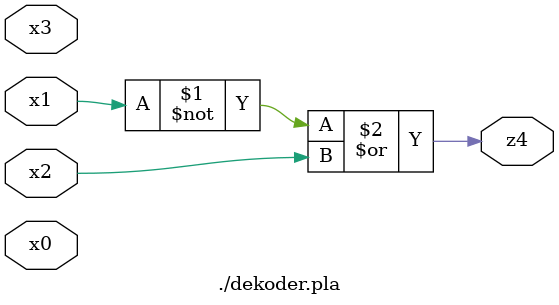
<source format=v>

module \./dekoder.pla  ( 
    x0, x1, x2, x3,
    z4  );
  input  x0, x1, x2, x3;
  output z4;
  assign z4 = ~x1 | x2;
endmodule



</source>
